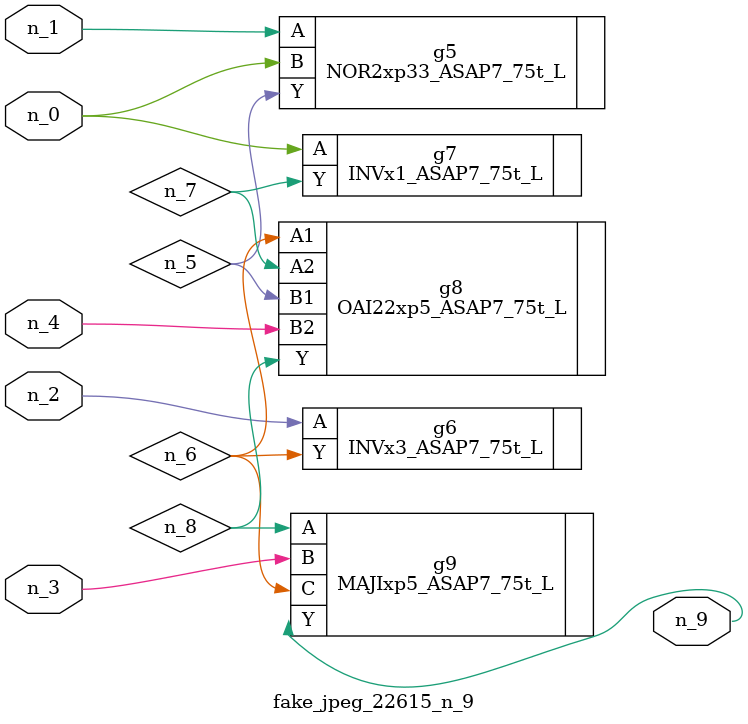
<source format=v>
module fake_jpeg_22615_n_9 (n_3, n_2, n_1, n_0, n_4, n_9);

input n_3;
input n_2;
input n_1;
input n_0;
input n_4;

output n_9;

wire n_8;
wire n_6;
wire n_5;
wire n_7;

NOR2xp33_ASAP7_75t_L g5 ( 
.A(n_1),
.B(n_0),
.Y(n_5)
);

INVx3_ASAP7_75t_L g6 ( 
.A(n_2),
.Y(n_6)
);

INVx1_ASAP7_75t_L g7 ( 
.A(n_0),
.Y(n_7)
);

OAI22xp5_ASAP7_75t_L g8 ( 
.A1(n_6),
.A2(n_7),
.B1(n_5),
.B2(n_4),
.Y(n_8)
);

MAJIxp5_ASAP7_75t_L g9 ( 
.A(n_8),
.B(n_3),
.C(n_6),
.Y(n_9)
);


endmodule
</source>
